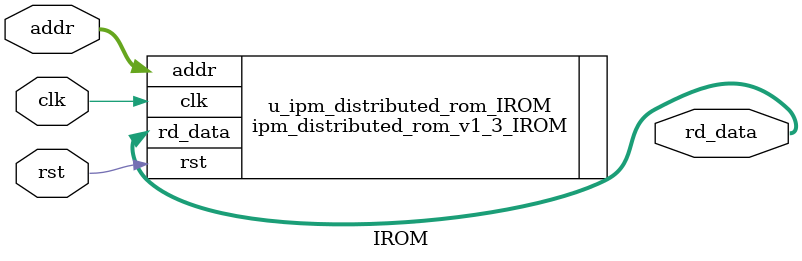
<source format=v>


`timescale 1 ns / 1 ps
module IROM
    (
     addr        ,
     rst         ,
     clk         ,
     rd_data
    );

    localparam ADDR_WIDTH = 8 ; //@IPC int 4,10

    localparam DATA_WIDTH = 32 ; //@IPC int 1,256

    localparam RST_TYPE = "ASYNC" ; //@IPC enum ASYNC,SYNC

    localparam OUT_REG = 0 ; //@IPC bool

    localparam INIT_ENABLE = 1 ; //@IPC bool

    localparam INIT_FILE = "all_test_IROM.dat" ; //@IPC string

    localparam FILE_FORMAT = "HEX" ; //@IPC enum BIN,HEX


     output   wire  [DATA_WIDTH-1:0]       rd_data ;
     input    wire  [ADDR_WIDTH-1:0]       addr    ;
     input                                 clk     ;
     input                                 rst     ;

ipm_distributed_rom_v1_3_IROM
   #(
     .ADDR_WIDTH    (ADDR_WIDTH     ), //address width   range:4-10
     .DATA_WIDTH    (DATA_WIDTH     ), //data width      range:4-256
     .RST_TYPE      (RST_TYPE       ), //reset type   "ASYNC_RESET" "SYNC_RESET"
     .OUT_REG       (OUT_REG        ), //output options :non_register(0)  register(1)
     .INIT_FILE     (INIT_FILE      ), //legal value:"NONE" or "initial file name"
     .FILE_FORMAT   (FILE_FORMAT    )  //initial data format : "bin" or "hex"
    )u_ipm_distributed_rom_IROM
    (
     .rd_data       (rd_data        ),
     .addr          (addr           ),
     .clk           (clk            ),
     .rst           (rst            )

    );
endmodule

</source>
